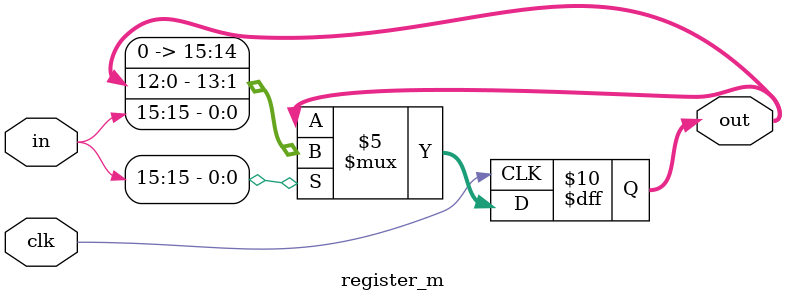
<source format=v>
module register_m (
    input clk,
    input [15:0] in,
    output reg [15:0] out
);

reg [14:0] q;
initial q = 16'h0000; // zero to start with
always @(posedge clk)
    if (~in[15]) out <= out;
    else begin
        q <= {q[13:0], in};
        out <= {out[12:0], in[15]};
    end

endmodule
</source>
